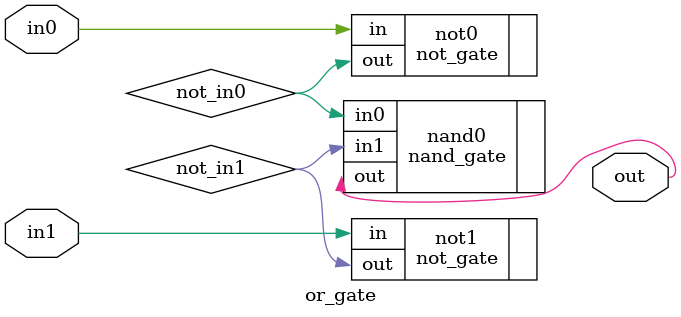
<source format=v>
module or_gate(
    input  in0,
    input  in1,
    output out
);
    wire not_in0, not_in1;

    not_gate not0(
        .in     (in0),
        .out    (not_in0)
    );

    not_gate not1(
        .in     (in1),
        .out    (not_in1)
    );

    nand_gate nand0(
        .in0    (not_in0),
        .in1    (not_in1),
        .out    (out)
    );
endmodule
</source>
